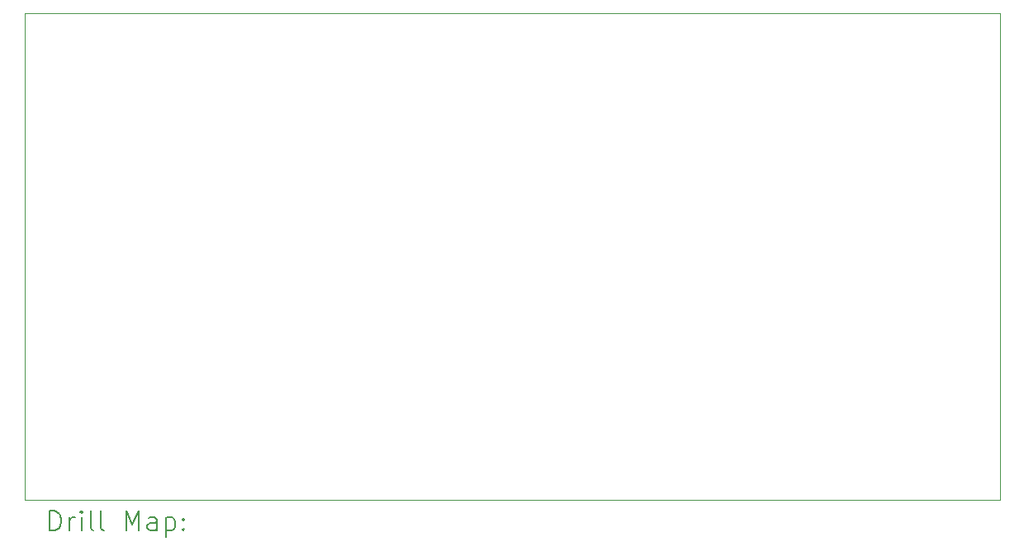
<source format=gbr>
%TF.GenerationSoftware,KiCad,Pcbnew,7.0.5*%
%TF.CreationDate,2023-06-29T23:29:49-06:00*%
%TF.ProjectId,speedy-breakout,73706565-6479-42d6-9272-65616b6f7574,1.0*%
%TF.SameCoordinates,Original*%
%TF.FileFunction,Drillmap*%
%TF.FilePolarity,Positive*%
%FSLAX45Y45*%
G04 Gerber Fmt 4.5, Leading zero omitted, Abs format (unit mm)*
G04 Created by KiCad (PCBNEW 7.0.5) date 2023-06-29 23:29:49*
%MOMM*%
%LPD*%
G01*
G04 APERTURE LIST*
%ADD10C,0.025400*%
%ADD11C,0.200000*%
G04 APERTURE END LIST*
D10*
X10000000Y-7500000D02*
X20000000Y-7500000D01*
X20000000Y-12500000D01*
X10000000Y-12500000D01*
X10000000Y-7500000D01*
D11*
X10259507Y-12812754D02*
X10259507Y-12612754D01*
X10259507Y-12612754D02*
X10307126Y-12612754D01*
X10307126Y-12612754D02*
X10335697Y-12622278D01*
X10335697Y-12622278D02*
X10354745Y-12641325D01*
X10354745Y-12641325D02*
X10364269Y-12660373D01*
X10364269Y-12660373D02*
X10373793Y-12698468D01*
X10373793Y-12698468D02*
X10373793Y-12727039D01*
X10373793Y-12727039D02*
X10364269Y-12765135D01*
X10364269Y-12765135D02*
X10354745Y-12784182D01*
X10354745Y-12784182D02*
X10335697Y-12803230D01*
X10335697Y-12803230D02*
X10307126Y-12812754D01*
X10307126Y-12812754D02*
X10259507Y-12812754D01*
X10459507Y-12812754D02*
X10459507Y-12679420D01*
X10459507Y-12717516D02*
X10469031Y-12698468D01*
X10469031Y-12698468D02*
X10478554Y-12688944D01*
X10478554Y-12688944D02*
X10497602Y-12679420D01*
X10497602Y-12679420D02*
X10516650Y-12679420D01*
X10583316Y-12812754D02*
X10583316Y-12679420D01*
X10583316Y-12612754D02*
X10573793Y-12622278D01*
X10573793Y-12622278D02*
X10583316Y-12631801D01*
X10583316Y-12631801D02*
X10592840Y-12622278D01*
X10592840Y-12622278D02*
X10583316Y-12612754D01*
X10583316Y-12612754D02*
X10583316Y-12631801D01*
X10707126Y-12812754D02*
X10688078Y-12803230D01*
X10688078Y-12803230D02*
X10678554Y-12784182D01*
X10678554Y-12784182D02*
X10678554Y-12612754D01*
X10811888Y-12812754D02*
X10792840Y-12803230D01*
X10792840Y-12803230D02*
X10783316Y-12784182D01*
X10783316Y-12784182D02*
X10783316Y-12612754D01*
X11040459Y-12812754D02*
X11040459Y-12612754D01*
X11040459Y-12612754D02*
X11107126Y-12755611D01*
X11107126Y-12755611D02*
X11173793Y-12612754D01*
X11173793Y-12612754D02*
X11173793Y-12812754D01*
X11354745Y-12812754D02*
X11354745Y-12707992D01*
X11354745Y-12707992D02*
X11345221Y-12688944D01*
X11345221Y-12688944D02*
X11326173Y-12679420D01*
X11326173Y-12679420D02*
X11288078Y-12679420D01*
X11288078Y-12679420D02*
X11269031Y-12688944D01*
X11354745Y-12803230D02*
X11335697Y-12812754D01*
X11335697Y-12812754D02*
X11288078Y-12812754D01*
X11288078Y-12812754D02*
X11269031Y-12803230D01*
X11269031Y-12803230D02*
X11259507Y-12784182D01*
X11259507Y-12784182D02*
X11259507Y-12765135D01*
X11259507Y-12765135D02*
X11269031Y-12746087D01*
X11269031Y-12746087D02*
X11288078Y-12736563D01*
X11288078Y-12736563D02*
X11335697Y-12736563D01*
X11335697Y-12736563D02*
X11354745Y-12727039D01*
X11449983Y-12679420D02*
X11449983Y-12879420D01*
X11449983Y-12688944D02*
X11469031Y-12679420D01*
X11469031Y-12679420D02*
X11507126Y-12679420D01*
X11507126Y-12679420D02*
X11526173Y-12688944D01*
X11526173Y-12688944D02*
X11535697Y-12698468D01*
X11535697Y-12698468D02*
X11545221Y-12717516D01*
X11545221Y-12717516D02*
X11545221Y-12774658D01*
X11545221Y-12774658D02*
X11535697Y-12793706D01*
X11535697Y-12793706D02*
X11526173Y-12803230D01*
X11526173Y-12803230D02*
X11507126Y-12812754D01*
X11507126Y-12812754D02*
X11469031Y-12812754D01*
X11469031Y-12812754D02*
X11449983Y-12803230D01*
X11630935Y-12793706D02*
X11640459Y-12803230D01*
X11640459Y-12803230D02*
X11630935Y-12812754D01*
X11630935Y-12812754D02*
X11621412Y-12803230D01*
X11621412Y-12803230D02*
X11630935Y-12793706D01*
X11630935Y-12793706D02*
X11630935Y-12812754D01*
X11630935Y-12688944D02*
X11640459Y-12698468D01*
X11640459Y-12698468D02*
X11630935Y-12707992D01*
X11630935Y-12707992D02*
X11621412Y-12698468D01*
X11621412Y-12698468D02*
X11630935Y-12688944D01*
X11630935Y-12688944D02*
X11630935Y-12707992D01*
M02*

</source>
